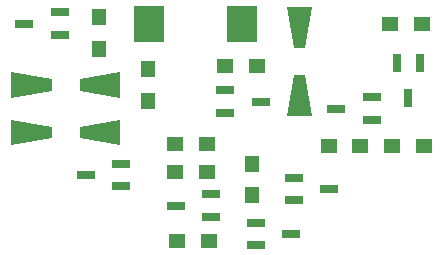
<source format=gbr>
G04 #@! TF.FileFunction,Paste,Top*
%FSLAX46Y46*%
G04 Gerber Fmt 4.6, Leading zero omitted, Abs format (unit mm)*
G04 Created by KiCad (PCBNEW 4.0.2-stable) date 1/8/2017 12:15:52 AM*
%MOMM*%
G01*
G04 APERTURE LIST*
%ADD10C,0.100000*%
%ADD11R,1.348000X1.148000*%
%ADD12R,1.148000X1.348000*%
%ADD13R,1.648860X0.648100*%
%ADD14R,0.648100X1.648860*%
%ADD15R,2.548000X3.048000*%
G04 APERTURE END LIST*
D10*
G36*
X135526650Y-98194460D02*
X137673350Y-98194460D01*
X137073910Y-101644180D01*
X136126090Y-101644180D01*
X135526650Y-98194460D01*
X135526650Y-98194460D01*
G37*
G36*
X137673350Y-107445540D02*
X135526650Y-107445540D01*
X136126090Y-103995820D01*
X137073910Y-103995820D01*
X137673350Y-107445540D01*
X137673350Y-107445540D01*
G37*
G36*
X121425540Y-107746650D02*
X121425540Y-109893350D01*
X117975820Y-109293910D01*
X117975820Y-108346090D01*
X121425540Y-107746650D01*
X121425540Y-107746650D01*
G37*
G36*
X112174460Y-109893350D02*
X112174460Y-107746650D01*
X115624180Y-108346090D01*
X115624180Y-109293910D01*
X112174460Y-109893350D01*
X112174460Y-109893350D01*
G37*
D11*
X147150000Y-110020000D03*
X144450000Y-110020000D03*
D10*
G36*
X121425540Y-103746650D02*
X121425540Y-105893350D01*
X117975820Y-105293910D01*
X117975820Y-104346090D01*
X121425540Y-103746650D01*
X121425540Y-103746650D01*
G37*
G36*
X112174460Y-105893350D02*
X112174460Y-103746650D01*
X115624180Y-104346090D01*
X115624180Y-105293910D01*
X112174460Y-105893350D01*
X112174460Y-105893350D01*
G37*
D12*
X123800000Y-103470000D03*
X123800000Y-106170000D03*
D13*
X130298860Y-105270000D03*
X130298860Y-107170000D03*
X133301140Y-106220000D03*
X142701140Y-107770000D03*
X142701140Y-105870000D03*
X139698860Y-106820000D03*
D14*
X146750000Y-102918860D03*
X144850000Y-102918860D03*
X145800000Y-105921140D03*
D13*
X116301140Y-100570000D03*
X116301140Y-98670000D03*
X113298860Y-99620000D03*
X136098860Y-112670000D03*
X136098860Y-114570000D03*
X139101140Y-113620000D03*
X132898860Y-116470000D03*
X132898860Y-118370000D03*
X135901140Y-117420000D03*
X121501140Y-113370000D03*
X121501140Y-111470000D03*
X118498860Y-112420000D03*
D11*
X126050000Y-112220000D03*
X128750000Y-112220000D03*
X128750000Y-109770000D03*
X126050000Y-109770000D03*
X126250000Y-118020000D03*
X128950000Y-118020000D03*
D12*
X132600000Y-114170000D03*
X132600000Y-111470000D03*
D11*
X141750000Y-110020000D03*
X139050000Y-110020000D03*
D12*
X119600000Y-99070000D03*
X119600000Y-101770000D03*
D11*
X146950000Y-99620000D03*
X144250000Y-99620000D03*
X130250000Y-103220000D03*
X132950000Y-103220000D03*
D13*
X129101140Y-115970000D03*
X129101140Y-114070000D03*
X126098860Y-115020000D03*
D15*
X123850000Y-99620000D03*
X131750000Y-99620000D03*
M02*

</source>
